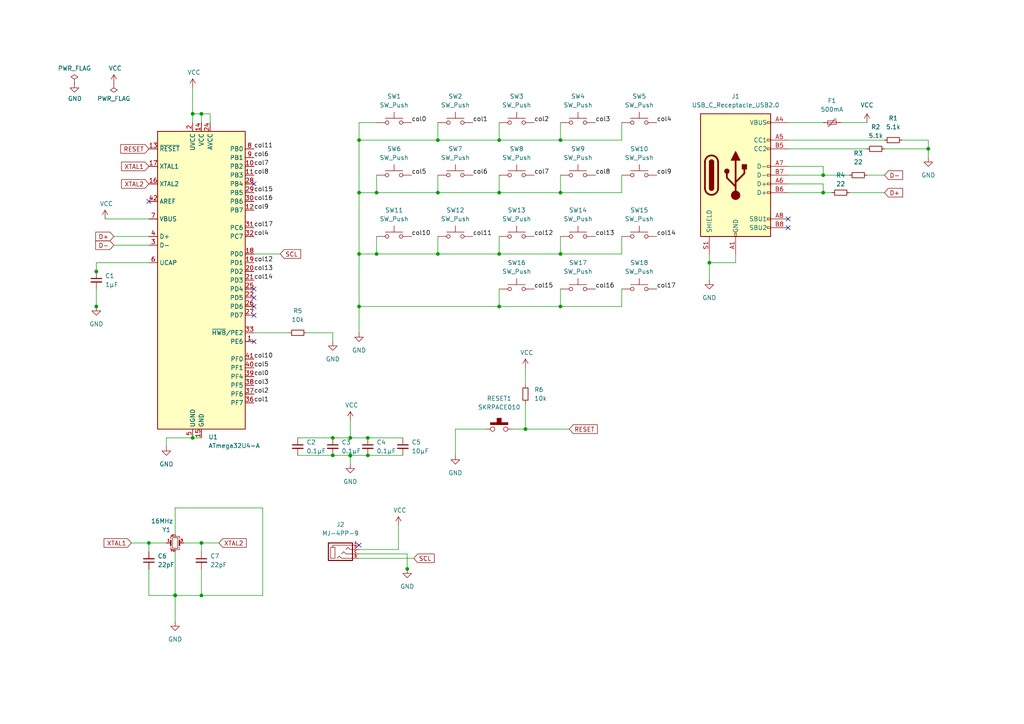
<source format=kicad_sch>
(kicad_sch (version 20211123) (generator eeschema)
  (paper "A4")
  (lib_symbols
    (symbol "Connector:USB_C_Receptacle_USB2.0" (pin_names (offset 1.016))
      (property "Reference" "J" (at -10.16 19.05 0))
      (property "Value" "USB_C_Receptacle_USB2.0" (at 19.05 19.05 0))
      (symbol "USB_C_Receptacle_USB2.0_0_0"
        (rectangle (start -0.254 -17.78) (end 0.254 -16.764))
        (rectangle (start 10.16 -14.986) (end 9.144 -15.494))
        (rectangle (start 10.16 -12.446) (end 9.144 -12.954))
        (rectangle (start 10.16 -4.826) (end 9.144 -5.334))
        (rectangle (start 10.16 -2.286) (end 9.144 -2.794))
        (rectangle (start 10.16 0.254) (end 9.144 -0.254))
        (rectangle (start 10.16 2.794) (end 9.144 2.286))
        (rectangle (start 10.16 7.874) (end 9.144 7.366))
        (rectangle (start 10.16 10.414) (end 9.144 9.906))
        (rectangle (start 10.16 15.494) (end 9.144 14.986))
      )
      (symbol "USB_C_Receptacle_USB2.0_0_1"
        (rectangle (start -10.16 17.78) (end 10.16 -17.78) (stroke (width 0.254)) (fill (type background)))
        (arc (start -8.89 -3.81) (mid -6.985 -5.715) (end -5.08 -3.81) (stroke (width 0.508)))
        (arc (start -7.62 -3.81) (mid -6.985 -4.445) (end -6.35 -3.81) (stroke (width 0.254)))
        (arc (start -7.62 -3.81) (mid -6.985 -4.445) (end -6.35 -3.81) (stroke (width 0.254)) (fill (type outline)))
        (rectangle (start -7.62 -3.81) (end -6.35 3.81) (stroke (width 0.254)) (fill (type outline)))
        (arc (start -6.35 3.81) (mid -6.985 4.445) (end -7.62 3.81) (stroke (width 0.254)))
        (arc (start -6.35 3.81) (mid -6.985 4.445) (end -7.62 3.81) (stroke (width 0.254)) (fill (type outline)))
        (arc (start -5.08 3.81) (mid -6.985 5.715) (end -8.89 3.81) (stroke (width 0.508)))
        (circle (center -2.54 1.143) (radius 0.635) (stroke (width 0.254)) (fill (type outline)))
        (circle (center 0 -5.842) (radius 1.27) (fill (type outline)))
        (polyline (pts (xy -8.89 -3.81) (xy -8.89 3.81)) (stroke (width 0.508)))
        (polyline (pts (xy -5.08 3.81) (xy -5.08 -3.81)) (stroke (width 0.508)))
        (polyline (pts (xy 0 -5.842) (xy 0 4.318)) (stroke (width 0.508)))
        (polyline (pts (xy 0 -3.302) (xy -2.54 -0.762) (xy -2.54 0.508)) (stroke (width 0.508)))
        (polyline (pts (xy 0 -2.032) (xy 2.54 0.508) (xy 2.54 1.778)) (stroke (width 0.508)))
        (polyline (pts (xy -1.27 4.318) (xy 0 6.858) (xy 1.27 4.318) (xy -1.27 4.318)) (stroke (width 0.254)) (fill (type outline)))
        (rectangle (start 1.905 1.778) (end 3.175 3.048) (stroke (width 0.254)) (fill (type outline)))
      )
      (symbol "USB_C_Receptacle_USB2.0_1_1"
        (pin passive line (at 0 -22.86 90) (length 5.08) (name "GND") (number "A1"))
        (pin passive line (at 0 -22.86 90) (length 5.08) hide (name "GND") (number "A12"))
        (pin passive line (at 15.24 15.24 180) (length 5.08) (name "VBUS") (number "A4"))
        (pin bidirectional line (at 15.24 10.16 180) (length 5.08) (name "CC1") (number "A5"))
        (pin bidirectional line (at 15.24 -2.54 180) (length 5.08) (name "D+") (number "A6"))
        (pin bidirectional line (at 15.24 2.54 180) (length 5.08) (name "D-") (number "A7"))
        (pin bidirectional line (at 15.24 -12.7 180) (length 5.08) (name "SBU1") (number "A8"))
        (pin passive line (at 15.24 15.24 180) (length 5.08) hide (name "VBUS") (number "A9"))
        (pin passive line (at 0 -22.86 90) (length 5.08) hide (name "GND") (number "B1"))
        (pin passive line (at 0 -22.86 90) (length 5.08) hide (name "GND") (number "B12"))
        (pin passive line (at 15.24 15.24 180) (length 5.08) hide (name "VBUS") (number "B4"))
        (pin bidirectional line (at 15.24 7.62 180) (length 5.08) (name "CC2") (number "B5"))
        (pin bidirectional line (at 15.24 -5.08 180) (length 5.08) (name "D+") (number "B6"))
        (pin bidirectional line (at 15.24 0 180) (length 5.08) (name "D-") (number "B7"))
        (pin bidirectional line (at 15.24 -15.24 180) (length 5.08) (name "SBU2") (number "B8"))
        (pin passive line (at 15.24 15.24 180) (length 5.08) hide (name "VBUS") (number "B9"))
        (pin passive line (at -7.62 -22.86 90) (length 5.08) (name "SHIELD") (number "S1"))
      )
    )
    (symbol "Device:C_Small" (pin_numbers hide) (pin_names (offset 0.254) hide)
      (property "Reference" "C" (at 0.254 1.778 0))
      (property "Value" "C_Small" (at 0.254 -2.032 0))
      (symbol "C_Small_0_1"
        (polyline (pts (xy -1.524 -0.508) (xy 1.524 -0.508)) (stroke (width 0.3302)))
        (polyline (pts (xy -1.524 0.508) (xy 1.524 0.508)) (stroke (width 0.3048)))
      )
      (symbol "C_Small_1_1"
        (pin passive line (at 0 2.54 270) (length 2.032) (name "~") (number "1"))
        (pin passive line (at 0 -2.54 90) (length 2.032) (name "~") (number "2"))
      )
    )
    (symbol "Device:Crystal_GND24_Small" (pin_names (offset 1.016) hide)
      (property "Reference" "Y" (at 1.27 4.445 0))
      (property "Value" "Crystal_GND24_Small" (at 1.27 2.54 0))
      (symbol "Crystal_GND24_Small_0_1"
        (rectangle (start -0.762 -1.524) (end 0.762 1.524))
        (polyline (pts (xy -1.27 -0.762) (xy -1.27 0.762)) (stroke (width 0.381)))
        (polyline (pts (xy 1.27 -0.762) (xy 1.27 0.762)) (stroke (width 0.381)))
        (polyline (pts (xy -1.27 -1.27) (xy -1.27 -1.905) (xy 1.27 -1.905) (xy 1.27 -1.27)))
        (polyline (pts (xy -1.27 1.27) (xy -1.27 1.905) (xy 1.27 1.905) (xy 1.27 1.27)))
      )
      (symbol "Crystal_GND24_Small_1_1"
        (pin passive line (at -2.54 0 0) (length 1.27) (name "1") (number "1"))
        (pin passive line (at 0 -2.54 90) (length 0.635) (name "2") (number "2"))
        (pin passive line (at 2.54 0 180) (length 1.27) (name "3") (number "3"))
        (pin passive line (at 0 2.54 270) (length 0.635) (name "4") (number "4"))
      )
    )
    (symbol "Device:Polyfuse_Small" (pin_numbers hide) (pin_names (offset 0))
      (property "Reference" "F" (at -1.905 0 90))
      (property "Value" "Polyfuse_Small" (at 1.905 0 90))
      (symbol "Polyfuse_Small_0_1"
        (rectangle (start -0.508 1.27) (end 0.508 -1.27))
        (polyline (pts (xy 0 2.54) (xy 0 -2.54)))
        (polyline (pts (xy -1.016 1.27) (xy -1.016 0.762) (xy 1.016 -0.762) (xy 1.016 -1.27)))
      )
      (symbol "Polyfuse_Small_1_1"
        (pin passive line (at 0 2.54 270) (length 0.635) (name "~") (number "1"))
        (pin passive line (at 0 -2.54 90) (length 0.635) (name "~") (number "2"))
      )
    )
    (symbol "Device:R_Small" (pin_numbers hide) (pin_names (offset 0.254) hide)
      (property "Reference" "R" (at 0.762 0.508 0))
      (property "Value" "R_Small" (at 0.762 -1.016 0))
      (symbol "R_Small_0_1"
        (rectangle (start -0.762 1.778) (end 0.762 -1.778) (stroke (width 0.2032)))
      )
      (symbol "R_Small_1_1"
        (pin passive line (at 0 2.54 270) (length 0.762) (name "~") (number "1"))
        (pin passive line (at 0 -2.54 90) (length 0.762) (name "~") (number "2"))
      )
    )
    (symbol "MCU_Microchip_ATmega:ATmega32U4-A"
      (property "Reference" "U" (at -12.7 44.45 0))
      (property "Value" "ATmega32U4-A" (at 2.54 -44.45 0))
      (symbol "ATmega32U4-A_0_1"
        (rectangle (start -12.7 -43.18) (end 12.7 43.18) (stroke (width 0.254)) (fill (type background)))
      )
      (symbol "ATmega32U4-A_1_1"
        (pin bidirectional line (at 15.24 -17.78 180) (length 2.54) (name "PE6") (number "1"))
        (pin bidirectional line (at 15.24 33.02 180) (length 2.54) (name "PB2") (number "10"))
        (pin bidirectional line (at 15.24 30.48 180) (length 2.54) (name "PB3") (number "11"))
        (pin bidirectional line (at 15.24 20.32 180) (length 2.54) (name "PB7") (number "12"))
        (pin input line (at -15.24 38.1 0) (length 2.54) (name "~{RESET}") (number "13"))
        (pin power_in line (at 0 45.72 270) (length 2.54) (name "VCC") (number "14"))
        (pin power_in line (at 0 -45.72 90) (length 2.54) (name "GND") (number "15"))
        (pin output line (at -15.24 27.94 0) (length 2.54) (name "XTAL2") (number "16"))
        (pin input line (at -15.24 33.02 0) (length 2.54) (name "XTAL1") (number "17"))
        (pin bidirectional line (at 15.24 7.62 180) (length 2.54) (name "PD0") (number "18"))
        (pin bidirectional line (at 15.24 5.08 180) (length 2.54) (name "PD1") (number "19"))
        (pin power_in line (at -2.54 45.72 270) (length 2.54) (name "UVCC") (number "2"))
        (pin bidirectional line (at 15.24 2.54 180) (length 2.54) (name "PD2") (number "20"))
        (pin bidirectional line (at 15.24 0 180) (length 2.54) (name "PD3") (number "21"))
        (pin bidirectional line (at 15.24 -5.08 180) (length 2.54) (name "PD5") (number "22"))
        (pin passive line (at 0 -45.72 90) (length 2.54) hide (name "GND") (number "23"))
        (pin power_in line (at 2.54 45.72 270) (length 2.54) (name "AVCC") (number "24"))
        (pin bidirectional line (at 15.24 -2.54 180) (length 2.54) (name "PD4") (number "25"))
        (pin bidirectional line (at 15.24 -7.62 180) (length 2.54) (name "PD6") (number "26"))
        (pin bidirectional line (at 15.24 -10.16 180) (length 2.54) (name "PD7") (number "27"))
        (pin bidirectional line (at 15.24 27.94 180) (length 2.54) (name "PB4") (number "28"))
        (pin bidirectional line (at 15.24 25.4 180) (length 2.54) (name "PB5") (number "29"))
        (pin bidirectional line (at -15.24 10.16 0) (length 2.54) (name "D-") (number "3"))
        (pin bidirectional line (at 15.24 22.86 180) (length 2.54) (name "PB6") (number "30"))
        (pin bidirectional line (at 15.24 15.24 180) (length 2.54) (name "PC6") (number "31"))
        (pin bidirectional line (at 15.24 12.7 180) (length 2.54) (name "PC7") (number "32"))
        (pin bidirectional line (at 15.24 -15.24 180) (length 2.54) (name "~{HWB}/PE2") (number "33"))
        (pin passive line (at 0 45.72 270) (length 2.54) hide (name "VCC") (number "34"))
        (pin passive line (at 0 -45.72 90) (length 2.54) hide (name "GND") (number "35"))
        (pin bidirectional line (at 15.24 -35.56 180) (length 2.54) (name "PF7") (number "36"))
        (pin bidirectional line (at 15.24 -33.02 180) (length 2.54) (name "PF6") (number "37"))
        (pin bidirectional line (at 15.24 -30.48 180) (length 2.54) (name "PF5") (number "38"))
        (pin bidirectional line (at 15.24 -27.94 180) (length 2.54) (name "PF4") (number "39"))
        (pin bidirectional line (at -15.24 12.7 0) (length 2.54) (name "D+") (number "4"))
        (pin bidirectional line (at 15.24 -25.4 180) (length 2.54) (name "PF1") (number "40"))
        (pin bidirectional line (at 15.24 -22.86 180) (length 2.54) (name "PF0") (number "41"))
        (pin passive line (at -15.24 22.86 0) (length 2.54) (name "AREF") (number "42"))
        (pin passive line (at 0 -45.72 90) (length 2.54) hide (name "GND") (number "43"))
        (pin passive line (at 2.54 45.72 270) (length 2.54) hide (name "AVCC") (number "44"))
        (pin passive line (at -2.54 -45.72 90) (length 2.54) (name "UGND") (number "5"))
        (pin passive line (at -15.24 5.08 0) (length 2.54) (name "UCAP") (number "6"))
        (pin input line (at -15.24 17.78 0) (length 2.54) (name "VBUS") (number "7"))
        (pin bidirectional line (at 15.24 38.1 180) (length 2.54) (name "PB0") (number "8"))
        (pin bidirectional line (at 15.24 35.56 180) (length 2.54) (name "PB1") (number "9"))
      )
    )
    (symbol "Switch:SW_Push" (pin_numbers hide) (pin_names (offset 1.016) hide)
      (property "Reference" "SW" (at 1.27 2.54 0))
      (property "Value" "SW_Push" (at 0 -1.524 0))
      (symbol "SW_Push_0_1"
        (circle (center -2.032 0) (radius 0.508))
        (polyline (pts (xy 0 1.27) (xy 0 3.048)))
        (polyline (pts (xy 2.54 1.27) (xy -2.54 1.27)))
        (circle (center 2.032 0) (radius 0.508))
        (pin passive line (at -5.08 0 0) (length 2.54) (name "1") (number "1"))
        (pin passive line (at 5.08 0 180) (length 2.54) (name "2") (number "2"))
      )
    )
    (symbol "foostan_kbd:MJ-4PP-9" (pin_names (offset 1.016))
      (property "Reference" "J" (at 0 3.81 0))
      (property "Value" "MJ-4PP-9" (at 0 -3.81 0))
      (symbol "MJ-4PP-9_0_1"
        (rectangle (start -1.905 -1.905) (end -3.175 1.27))
        (polyline (pts (xy -2.54 1.27) (xy -2.54 1.905) (xy 3.175 1.905)))
        (polyline (pts (xy -1.27 -1.905) (xy -0.635 -1.27) (xy 0 -1.905) (xy 3.175 -1.905)))
        (polyline (pts (xy 0 -0.635) (xy 0.635 0) (xy 1.27 -0.635) (xy 3.175 -0.635)))
        (polyline (pts (xy 1.27 0.635) (xy 1.905 1.27) (xy 2.54 0.635) (xy 3.175 0.635)))
        (rectangle (start 3.175 2.54) (end -3.81 -2.54) (stroke (width 0.3048)))
      )
      (symbol "MJ-4PP-9_1_1"
        (pin input line (at 5.08 1.905 180) (length 2.0066) (name "~") (number "A"))
        (pin input line (at 5.08 -1.905 180) (length 2.0066) (name "~") (number "B"))
        (pin input line (at 5.08 -0.635 180) (length 2.0066) (name "~") (number "C"))
        (pin input line (at 5.08 0.635 180) (length 2.0066) (name "~") (number "D"))
      )
    )
    (symbol "nosuz:SKRPACE010" (pin_numbers hide) (pin_names (offset 0) hide)
      (property "Reference" "SW" (at 3.175 3.81 0))
      (property "Value" "SKRPACE010" (at 0 -2.54 0))
      (symbol "SKRPACE010_0_1"
        (rectangle (start -2.54 1.27) (end 2.54 1.905) (fill (type outline)))
        (circle (center -1.905 0) (radius 0.635))
        (rectangle (start -0.635 1.905) (end 0.635 3.175) (fill (type outline)))
        (circle (center 1.905 0) (radius 0.635))
      )
      (symbol "SKRPACE010_1_1"
        (pin passive line (at -3.81 0 0) (length 1.27) (name "A") (number "1"))
        (pin passive line (at -3.81 0 0) (length 1.27) hide (name "B") (number "2"))
        (pin passive line (at 3.81 0 180) (length 1.27) (name "C") (number "3"))
        (pin passive line (at 3.81 0 180) (length 1.27) hide (name "D") (number "4"))
      )
    )
    (symbol "power:GND" (power) (pin_names (offset 0))
      (property "Value" "GND" (at 0 -3.81 0))
      (symbol "GND_0_1"
        (polyline (pts (xy 0 0) (xy 0 -1.27) (xy 1.27 -1.27) (xy 0 -2.54) (xy -1.27 -1.27) (xy 0 -1.27)))
      )
      (symbol "GND_1_1"
        (pin power_in line (at 0 0 270) (length 0) hide (name "GND") (number "1"))
      )
    )
    (symbol "power:PWR_FLAG" (power) (pin_numbers hide) (pin_names (offset 0) hide)
      (property "Value" "PWR_FLAG" (at 0 3.81 0))
      (symbol "PWR_FLAG_0_0"
        (pin power_out line (at 0 0 90) (length 0) (name "pwr") (number "1"))
      )
      (symbol "PWR_FLAG_0_1"
        (polyline (pts (xy 0 0) (xy 0 1.27) (xy -1.016 1.905) (xy 0 2.54) (xy 1.016 1.905) (xy 0 1.27)))
      )
    )
    (symbol "power:VCC" (power) (pin_names (offset 0))
      (property "Value" "VCC" (at 0 3.81 0))
      (symbol "VCC_0_1"
        (polyline (pts (xy -0.762 1.27) (xy 0 2.54)))
        (polyline (pts (xy 0 0) (xy 0 2.54)))
        (polyline (pts (xy 0 2.54) (xy 0.762 1.27)))
      )
      (symbol "VCC_1_1"
        (pin power_in line (at 0 0 90) (length 0) hide (name "VCC") (number "1"))
      )
    )
  )
  (junction (at 162.56 40.64))
  (junction (at 144.78 88.9))
  (junction (at 106.68 132.08))
  (junction (at 101.6 132.1653))
  (junction (at 127 40.64))
  (junction (at 109.22 73.66))
  (junction (at 50.8 172.6347))
  (junction (at 106.68 127))
  (junction (at 238.76 55.88))
  (junction (at 162.56 73.66))
  (junction (at 101.6 127))
  (junction (at 43.18 157.48))
  (junction (at 104.14 40.64))
  (junction (at 104.14 73.66))
  (junction (at 162.56 55.88))
  (junction (at 104.14 88.9))
  (junction (at 50.8 172.72))
  (junction (at 205.74 76.2))
  (junction (at 104.14 55.88))
  (junction (at 127 55.88))
  (junction (at 96.52 132.08))
  (junction (at 162.56 88.9))
  (junction (at 96.52 127))
  (junction (at 144.78 73.66))
  (junction (at 152.4 124.46))
  (junction (at 269.24 43.18))
  (junction (at 144.78 40.64))
  (junction (at 27.94 88.9))
  (junction (at 101.6 132.08))
  (junction (at 55.88 33.02))
  (junction (at 27.94 78.74))
  (junction (at 58.42 157.48))
  (junction (at 118.11 165.0147))
  (junction (at 238.76 50.8))
  (junction (at 55.88 127))
  (junction (at 58.42 33.02))
  (junction (at 109.22 55.88))
  (junction (at 127 73.66))
  (junction (at 58.42 172.72))
  (junction (at 144.78 55.88))
  (no_connect (at 228.6 66.04))
  (no_connect (at 228.6 63.5))
  (no_connect (at 73.66 99.06))
  (no_connect (at 73.66 88.9))
  (no_connect (at 73.66 83.82))
  (no_connect (at 73.66 91.44))
  (no_connect (at 73.66 86.36))
  (no_connect (at 73.66 53.34))
  (no_connect (at 104.14 158.115))
  (no_connect (at 43.18 58.42))
  (wire (pts (xy 109.22 55.88) (xy 104.14 55.88)))
  (wire (pts (xy 162.56 55.88) (xy 144.78 55.88)))
  (wire (pts (xy 55.88 33.02) (xy 55.88 35.56)))
  (wire (pts (xy 144.78 55.88) (xy 127 55.88)))
  (wire (pts (xy 180.34 68.58) (xy 180.34 73.66)))
  (wire (pts (xy 238.76 50.8) (xy 246.38 50.8)))
  (wire (pts (xy 162.56 83.82) (xy 162.56 88.9)))
  (wire (pts (xy 127 68.58) (xy 127 73.66)))
  (wire (pts (xy 104.14 40.64) (xy 104.14 55.88)))
  (wire (pts (xy 144.78 50.8) (xy 144.78 55.88)))
  (wire (pts (xy 152.4 106.68) (xy 152.4 111.76)))
  (wire (pts (xy 109.22 73.66) (xy 104.14 73.66)))
  (wire (pts (xy 118.11 165.0147) (xy 118.11 165.1)))
  (wire (pts (xy 30.48 63.5) (xy 43.18 63.5)))
  (wire (pts (xy 162.56 40.64) (xy 144.78 40.64)))
  (wire (pts (xy 148.59 124.46) (xy 152.4 124.46)))
  (wire (pts (xy 228.6 35.56) (xy 238.76 35.56)))
  (wire (pts (xy 132.08 124.46) (xy 132.08 132.08)))
  (wire (pts (xy 58.42 127) (xy 55.88 127)))
  (wire (pts (xy 162.56 68.58) (xy 162.56 73.66)))
  (wire (pts (xy 58.42 157.48) (xy 63.5 157.48)))
  (wire (pts (xy 243.84 35.56) (xy 251.46 35.56)))
  (wire (pts (xy 104.14 88.9) (xy 104.14 96.52)))
  (wire (pts (xy 162.56 50.8) (xy 162.56 55.88)))
  (wire (pts (xy 27.94 88.9) (xy 27.94 88.9853)))
  (wire (pts (xy 144.78 73.66) (xy 127 73.66)))
  (wire (pts (xy 132.08 124.46) (xy 140.97 124.46)))
  (wire (pts (xy 144.78 35.56) (xy 144.78 40.64)))
  (wire (pts (xy 76.2 147.32) (xy 76.2 172.72)))
  (wire (pts (xy 205.74 76.2) (xy 205.74 81.28)))
  (wire (pts (xy 58.42 157.48) (xy 58.42 160.02)))
  (wire (pts (xy 269.24 40.64) (xy 269.24 43.18)))
  (wire (pts (xy 228.6 48.26) (xy 238.76 48.26)))
  (wire (pts (xy 50.8 172.72) (xy 50.8 180.34)))
  (wire (pts (xy 115.57 159.385) (xy 115.57 152.4)))
  (wire (pts (xy 109.22 68.58) (xy 109.22 73.66)))
  (wire (pts (xy 50.8 154.94) (xy 50.8 147.32)))
  (wire (pts (xy 101.6 132.08) (xy 101.6 132.1653)))
  (wire (pts (xy 60.96 33.02) (xy 58.42 33.02)))
  (wire (pts (xy 180.34 83.82) (xy 180.34 88.9)))
  (wire (pts (xy 58.42 172.72) (xy 76.2 172.72)))
  (wire (pts (xy 180.34 55.88) (xy 162.56 55.88)))
  (wire (pts (xy 43.18 76.2) (xy 27.94 76.2)))
  (wire (pts (xy 261.62 40.64) (xy 269.24 40.64)))
  (wire (pts (xy 144.78 83.82) (xy 144.78 88.9)))
  (wire (pts (xy 251.46 50.8) (xy 256.54 50.8)))
  (wire (pts (xy 55.88 33.02) (xy 55.88 25.4)))
  (wire (pts (xy 162.56 73.66) (xy 144.78 73.66)))
  (wire (pts (xy 180.34 73.66) (xy 162.56 73.66)))
  (wire (pts (xy 101.6 127) (xy 106.68 127)))
  (wire (pts (xy 238.76 48.26) (xy 238.76 50.8)))
  (wire (pts (xy 27.94 78.74) (xy 27.94 78.8253)))
  (wire (pts (xy 43.18 157.48) (xy 48.26 157.48)))
  (wire (pts (xy 118.11 160.655) (xy 118.11 165.0147)))
  (wire (pts (xy 38.1 157.48) (xy 43.18 157.48)))
  (wire (pts (xy 27.94 83.82) (xy 27.94 88.9)))
  (wire (pts (xy 162.56 88.9) (xy 144.78 88.9)))
  (wire (pts (xy 180.34 35.56) (xy 180.34 40.64)))
  (wire (pts (xy 55.88 127) (xy 48.26 127)))
  (wire (pts (xy 180.34 50.8) (xy 180.34 55.88)))
  (wire (pts (xy 33.02 71.12) (xy 43.18 71.12)))
  (wire (pts (xy 86.36 127) (xy 96.52 127)))
  (wire (pts (xy 104.14 161.925) (xy 120.015 161.925)))
  (wire (pts (xy 213.36 76.2) (xy 205.74 76.2)))
  (wire (pts (xy 50.8 172.6347) (xy 50.8 172.72)))
  (wire (pts (xy 144.78 40.64) (xy 127 40.64)))
  (wire (pts (xy 43.18 157.48) (xy 43.18 160.02)))
  (wire (pts (xy 73.66 96.52) (xy 83.82 96.52)))
  (wire (pts (xy 152.4 116.84) (xy 152.4 124.46)))
  (wire (pts (xy 104.14 35.56) (xy 104.14 40.64)))
  (wire (pts (xy 50.8 172.72) (xy 58.42 172.72)))
  (wire (pts (xy 101.6 132.08) (xy 106.68 132.08)))
  (wire (pts (xy 109.22 35.56) (xy 104.14 35.56)))
  (wire (pts (xy 269.24 43.18) (xy 269.24 45.72)))
  (wire (pts (xy 228.6 50.8) (xy 238.76 50.8)))
  (wire (pts (xy 33.02 68.58) (xy 43.18 68.58)))
  (wire (pts (xy 50.8 147.32) (xy 76.2 147.32)))
  (wire (pts (xy 86.36 132.08) (xy 96.52 132.08)))
  (wire (pts (xy 205.74 73.66) (xy 205.74 76.2)))
  (wire (pts (xy 27.94 76.2) (xy 27.94 78.74)))
  (wire (pts (xy 53.34 157.48) (xy 58.42 157.48)))
  (wire (pts (xy 238.76 53.34) (xy 238.76 55.88)))
  (wire (pts (xy 101.6 121.92) (xy 101.6 127)))
  (wire (pts (xy 104.14 159.385) (xy 115.57 159.385)))
  (wire (pts (xy 96.52 96.52) (xy 96.52 99.06)))
  (wire (pts (xy 127 73.66) (xy 109.22 73.66)))
  (wire (pts (xy 180.34 40.64) (xy 162.56 40.64)))
  (wire (pts (xy 50.8 160.02) (xy 50.8 172.6347)))
  (wire (pts (xy 60.96 33.02) (xy 60.96 35.56)))
  (wire (pts (xy 162.56 35.56) (xy 162.56 40.64)))
  (wire (pts (xy 104.14 55.88) (xy 104.14 73.66)))
  (wire (pts (xy 96.52 132.08) (xy 101.6 132.08)))
  (wire (pts (xy 127 35.56) (xy 127 40.64)))
  (wire (pts (xy 104.14 73.66) (xy 104.14 88.9)))
  (wire (pts (xy 58.42 33.02) (xy 58.42 35.56)))
  (wire (pts (xy 58.42 33.02) (xy 55.88 33.02)))
  (wire (pts (xy 104.14 40.64) (xy 127 40.64)))
  (wire (pts (xy 228.6 43.18) (xy 251.46 43.18)))
  (wire (pts (xy 127 55.88) (xy 109.22 55.88)))
  (wire (pts (xy 109.22 50.8) (xy 109.22 55.88)))
  (wire (pts (xy 228.6 40.64) (xy 256.54 40.64)))
  (wire (pts (xy 180.34 88.9) (xy 162.56 88.9)))
  (wire (pts (xy 106.68 132.08) (xy 116.84 132.08)))
  (wire (pts (xy 152.4 124.46) (xy 165.1 124.46)))
  (wire (pts (xy 228.6 55.88) (xy 238.76 55.88)))
  (wire (pts (xy 106.68 127) (xy 116.84 127)))
  (wire (pts (xy 43.18 172.72) (xy 50.8 172.72)))
  (wire (pts (xy 88.9 96.52) (xy 96.52 96.52)))
  (wire (pts (xy 81.28 73.66) (xy 73.66 73.66)))
  (wire (pts (xy 96.52 127) (xy 101.6 127)))
  (wire (pts (xy 213.36 73.66) (xy 213.36 76.2)))
  (wire (pts (xy 256.54 43.18) (xy 269.24 43.18)))
  (wire (pts (xy 246.38 55.88) (xy 256.54 55.88)))
  (wire (pts (xy 48.26 127) (xy 48.26 129.54)))
  (wire (pts (xy 58.42 165.1) (xy 58.42 172.72)))
  (wire (pts (xy 127 50.8) (xy 127 55.88)))
  (wire (pts (xy 228.6 53.34) (xy 238.76 53.34)))
  (wire (pts (xy 104.14 160.655) (xy 118.11 160.655)))
  (wire (pts (xy 101.6 134.62) (xy 101.6 132.1653)))
  (wire (pts (xy 144.78 68.58) (xy 144.78 73.66)))
  (wire (pts (xy 238.76 55.88) (xy 241.3 55.88)))
  (wire (pts (xy 43.18 165.1) (xy 43.18 172.72)))
  (wire (pts (xy 144.78 88.9) (xy 104.14 88.9)))
  (label "col17" (at 73.66 66.04 0))
  (label "col9" (at 190.5 50.8 0))
  (label "col10" (at 73.66 104.14 0))
  (label "col13" (at 73.66 78.74 0))
  (label "col5" (at 119.38 50.8 0))
  (label "col2" (at 154.94 35.56 0))
  (label "col4" (at 190.5 35.56 0))
  (label "col3" (at 73.66 111.76 0))
  (label "col14" (at 190.5 68.58 0))
  (label "col9" (at 73.66 60.96 0))
  (label "col11" (at 73.66 43.18 0))
  (label "col13" (at 172.72 68.58 0))
  (label "col15" (at 154.94 83.82 0))
  (label "col7" (at 154.94 50.8 0))
  (label "col12" (at 154.94 68.58 0))
  (label "col6" (at 137.16 50.8 0))
  (label "col16" (at 172.72 83.82 0))
  (label "col16" (at 73.66 58.42 0))
  (label "col8" (at 172.72 50.8 0))
  (label "col4" (at 73.66 68.58 0))
  (label "col15" (at 73.66 55.88 0))
  (label "col1" (at 73.66 116.84 0))
  (label "col17" (at 190.5 83.82 0))
  (label "col12" (at 73.66 76.2 0))
  (label "col14" (at 73.66 81.28 0))
  (label "col0" (at 119.38 35.56 0))
  (label "col11" (at 137.16 68.58 0))
  (label "col1" (at 137.16 35.56 0))
  (label "col6" (at 73.66 45.72 0))
  (label "col3" (at 172.72 35.56 0))
  (label "col2" (at 73.66 114.3 0))
  (label "col7" (at 73.66 48.26 0))
  (label "col5" (at 73.66 106.68 0))
  (label "col0" (at 73.66 109.22 0))
  (label "col8" (at 73.66 50.8 0))
  (label "col10" (at 119.38 68.58 0))
  (global_label "D+" (shape input) (at 256.54 55.88 0) (property "シート間のリファレンス" "${INTERSHEET_REFS}" (effects hide)))
  (global_label "D-" (shape input) (at 256.54 50.8 0) (property "シート間のリファレンス" "${INTERSHEET_REFS}" (effects hide)))
  (global_label "XTAL2" (shape input) (at 63.5 157.48 0) (property "シート間のリファレンス" "${INTERSHEET_REFS}" (effects hide)))
  (global_label "SCL" (shape input) (at 81.28 73.66 0) (property "シート間のリファレンス" "${INTERSHEET_REFS}" (effects hide)))
  (global_label "SCL" (shape input) (at 120.015 161.925 0) (property "シート間のリファレンス" "${INTERSHEET_REFS}" (effects hide)))
  (global_label "XTAL1" (shape input) (at 38.1 157.48 180) (property "シート間のリファレンス" "${INTERSHEET_REFS}" (effects hide)))
  (global_label "RESET" (shape input) (at 165.1 124.46 0) (property "シート間のリファレンス" "${INTERSHEET_REFS}" (effects hide)))
  (global_label "XTAL2" (shape input) (at 43.18 53.34 180) (property "シート間のリファレンス" "${INTERSHEET_REFS}" (effects hide)))
  (global_label "RESET" (shape input) (at 43.18 43.18 180) (property "シート間のリファレンス" "${INTERSHEET_REFS}" (effects hide)))
  (global_label "D+" (shape input) (at 33.02 68.58 180) (property "シート間のリファレンス" "${INTERSHEET_REFS}" (effects hide)))
  (global_label "D-" (shape input) (at 33.02 71.12 180) (property "シート間のリファレンス" "${INTERSHEET_REFS}" (effects hide)))
  (global_label "XTAL1" (shape input) (at 43.18 48.26 180) (property "シート間のリファレンス" "${INTERSHEET_REFS}" (effects hide)))
  (symbol (lib_id "power:GND") (at 96.52 99.06 0) (unit 1)
    (property "Reference" "#PWR010" (effects hide))
    (property "Value" "GND" (at 96.52 104.14 0))
  )
  (symbol (lib_id "Device:R_Small") (at 248.92 50.8 90) (unit 1)
    (property "Reference" "R3" (at 248.92 44.45 90))
    (property "Value" "22" (at 248.92 46.99 90))
    (property "Footprint" "Resistor_SMD:R_0805_2012Metric" (effects hide))
    (property "LCSC" "C17561" (effects hide))
  )
  (symbol (lib_id "Switch:SW_Push") (at 114.3 68.58 0) (unit 1)
    (property "Reference" "SW11" (at 114.3 60.96 0))
    (property "Value" "SW_Push" (at 114.3 63.5 0))
    (property "Footprint" "split mini:CherryMX_Hotswap" (effects hide))
  )
  (symbol (lib_id "Switch:SW_Push") (at 185.42 35.56 0) (unit 1)
    (property "Reference" "SW5" (at 185.42 27.94 0))
    (property "Value" "SW_Push" (at 185.42 30.48 0))
    (property "Footprint" "split mini:CherryMX_Hotswap" (effects hide))
  )
  (symbol (lib_id "power:GND") (at 205.74 81.28 0) (unit 1)
    (property "Reference" "#PWR07" (effects hide))
    (property "Value" "GND" (at 205.74 86.36 0))
  )
  (symbol (lib_id "Switch:SW_Push") (at 149.86 35.56 0) (unit 1)
    (property "Reference" "SW3" (at 149.86 27.94 0))
    (property "Value" "SW_Push" (at 149.86 30.48 0))
    (property "Footprint" "split mini:CherryMX_Hotswap" (effects hide))
  )
  (symbol (lib_id "Switch:SW_Push") (at 167.64 83.82 0) (unit 1)
    (property "Reference" "SW17" (at 167.64 76.2 0))
    (property "Value" "SW_Push" (at 167.64 78.74 0))
    (property "Footprint" "split mini:CherryMX_Hotswap" (effects hide))
  )
  (symbol (lib_id "power:GND") (at 132.08 132.08 0) (unit 1)
    (property "Reference" "#PWR014" (effects hide))
    (property "Value" "GND" (at 132.08 137.16 0))
  )
  (symbol (lib_id "Switch:SW_Push") (at 167.64 50.8 0) (unit 1)
    (property "Reference" "SW9" (at 167.64 43.18 0))
    (property "Value" "SW_Push" (at 167.64 45.72 0))
    (property "Footprint" "split mini:CherryMX_Hotswap" (effects hide))
  )
  (symbol (lib_id "Device:C_Small") (at 43.18 162.56 180) (unit 1)
    (property "Reference" "C6" (at 45.72 161.2835 0) (effects (justify right)))
    (property "Value" "22pF" (at 45.72 163.8235 0) (effects (justify right)))
    (property "Footprint" "Capacitor_SMD:C_0805_2012Metric" (effects hide))
    (property "LCSC" "C1804" (effects hide))
  )
  (symbol (lib_id "Switch:SW_Push") (at 149.86 50.8 0) (unit 1)
    (property "Reference" "SW8" (at 149.86 43.18 0))
    (property "Value" "SW_Push" (at 149.86 45.72 0))
    (property "Footprint" "split mini:CherryMX_Hotswap" (effects hide))
  )
  (symbol (lib_id "Device:R_Small") (at 254 43.18 90) (unit 1)
    (property "Reference" "R2" (at 254 36.83 90))
    (property "Value" "5.1k" (at 254 39.37 90))
    (property "Footprint" "Resistor_SMD:R_0805_2012Metric" (effects hide))
    (property "LCSC" "C17561" (effects hide))
  )
  (symbol (lib_id "Switch:SW_Push") (at 132.08 68.58 0) (unit 1)
    (property "Reference" "SW12" (at 132.08 60.96 0))
    (property "Value" "SW_Push" (at 132.08 63.5 0))
    (property "Footprint" "split mini:CherryMX_Hotswap" (effects hide))
  )
  (symbol (lib_id "Device:R_Small") (at 86.36 96.52 90) (unit 1)
    (property "Reference" "R5" (at 86.36 90.17 90))
    (property "Value" "10k" (at 86.36 92.71 90))
    (property "Footprint" "Resistor_SMD:R_0805_2012Metric" (effects hide))
    (property "LCSC" "C17414" (effects hide))
  )
  (symbol (lib_id "Device:C_Small") (at 27.94 81.28 0) (unit 1)
    (property "Reference" "C1" (at 30.48 80.0162 0) (effects (justify left)))
    (property "Value" "1μF" (at 30.48 82.5562 0) (effects (justify left)))
    (property "Footprint" "Capacitor_SMD:C_0805_2012Metric" (effects hide))
    (property "LCSC" "C28323" (effects hide))
  )
  (symbol (lib_id "Switch:SW_Push") (at 185.42 83.82 0) (unit 1)
    (property "Reference" "SW18" (at 185.42 76.2 0))
    (property "Value" "SW_Push" (at 185.42 78.74 0))
    (property "Footprint" "split mini:CherryMX_Hotswap" (effects hide))
  )
  (symbol (lib_id "power:GND") (at 27.94 88.9 0) (unit 1)
    (property "Reference" "#PWR08" (effects hide))
    (property "Value" "GND" (at 27.94 93.98 0))
  )
  (symbol (lib_id "Device:C_Small") (at 106.68 129.54 0) (unit 1)
    (property "Reference" "C4" (at 109.22 128.2762 0) (effects (justify left)))
    (property "Value" "0.1μF" (at 109.22 130.8162 0) (effects (justify left)))
    (property "Footprint" "Capacitor_SMD:C_0805_2012Metric" (effects hide))
    (property "LCSC" "C49678" (effects hide))
  )
  (symbol (lib_id "power:VCC") (at 30.48 63.5 0) (unit 1)
    (property "Reference" "#PWR06" (effects hide))
    (property "Value" "VCC" (at 30.861 59.1058 0))
  )
  (symbol (lib_id "power:GND") (at 104.14 96.52 0) (unit 1)
    (property "Reference" "#PWR09" (effects hide))
    (property "Value" "GND" (at 104.14 101.6 0))
  )
  (symbol (lib_id "power:PWR_FLAG") (at 33.02 24.2153 180) (unit 1)
    (property "Reference" "#FLG02" (effects hide))
    (property "Value" "PWR_FLAG" (at 33.02 28.6095 0))
  )
  (symbol (lib_id "Switch:SW_Push") (at 114.3 35.56 0) (unit 1)
    (property "Reference" "SW1" (at 114.3 27.94 0))
    (property "Value" "SW_Push" (at 114.3 30.48 0))
    (property "Footprint" "split mini:CherryMX_Hotswap" (effects hide))
  )
  (symbol (lib_id "Switch:SW_Push") (at 149.86 83.82 0) (unit 1)
    (property "Reference" "SW16" (at 149.86 76.2 0))
    (property "Value" "SW_Push" (at 149.86 78.74 0))
    (property "Footprint" "split mini:CherryMX_Hotswap" (effects hide))
  )
  (symbol (lib_id "power:GND") (at 269.24 45.72 0) (unit 1)
    (property "Reference" "#PWR05" (effects hide))
    (property "Value" "GND" (at 269.24 50.8 0))
  )
  (symbol (lib_id "power:GND") (at 118.11 165.0147 0) (unit 1)
    (property "Reference" "#PWR017" (effects hide))
    (property "Value" "GND" (at 118.11 170.0947 0))
  )
  (symbol (lib_id "Device:R_Small") (at 243.84 55.88 90) (unit 1)
    (property "Reference" "R4" (at 243.84 50.8 90))
    (property "Value" "22" (at 243.84 53.34 90))
    (property "Footprint" "Resistor_SMD:R_0805_2012Metric" (effects hide))
    (property "LCSC" "C17561" (effects hide))
  )
  (symbol (lib_id "power:VCC") (at 101.6 121.92 0) (unit 1)
    (property "Reference" "#PWR012" (effects hide))
    (property "Value" "VCC" (at 101.981 117.5258 0))
  )
  (symbol (lib_id "Device:R_Small") (at 152.4 114.3 0) (unit 1)
    (property "Reference" "R6" (at 154.94 113.0299 0) (effects (justify left)))
    (property "Value" "10k" (at 154.94 115.5699 0) (effects (justify left)))
    (property "Footprint" "Resistor_SMD:R_0805_2012Metric" (effects hide))
    (property "LCSC" "C17414" (effects hide))
  )
  (symbol (lib_id "Device:Crystal_GND24_Small") (at 50.8 157.48 0) (unit 1)
    (property "Reference" "Y1" (at 48.26 153.67 0))
    (property "Value" "16MHz" (at 46.99 151.13 0))
    (property "Footprint" "Crystal:Crystal_SMD_SeikoEpson_FA238-4Pin_3.2x2.5mm_HandSoldering" (effects hide))
    (property "LCSC" "C13738" (effects hide))
  )
  (symbol (lib_id "Switch:SW_Push") (at 167.64 68.58 0) (unit 1)
    (property "Reference" "SW14" (at 167.64 60.96 0))
    (property "Value" "SW_Push" (at 167.64 63.5 0))
    (property "Footprint" "split mini:CherryMX_Hotswap" (effects hide))
  )
  (symbol (lib_id "power:GND") (at 50.8 180.34 0) (unit 1)
    (property "Reference" "#PWR018" (effects hide))
    (property "Value" "GND" (at 50.8 185.42 0))
  )
  (symbol (lib_id "nosuz:SKRPACE010") (at 144.78 124.46 0) (unit 1)
    (property "Reference" "RESET1" (at 144.78 115.57 0))
    (property "Value" "SKRPACE010" (at 144.78 118.11 0))
    (property "Footprint" "nosuz:SKRPAxE010" (effects hide))
    (property "Datasheet" "https://tech.alpsalpine.com/prod/j/html/tact/surfacemount/skrp/skrpabe010.html" (effects hide))
  )
  (symbol (lib_id "power:GND") (at 48.26 129.54 0) (unit 1)
    (property "Reference" "#PWR013" (effects hide))
    (property "Value" "GND" (at 48.26 134.62 0))
  )
  (symbol (lib_id "Switch:SW_Push") (at 132.08 50.8 0) (unit 1)
    (property "Reference" "SW7" (at 132.08 43.18 0))
    (property "Value" "SW_Push" (at 132.08 45.72 0))
    (property "Footprint" "split mini:CherryMX_Hotswap" (effects hide))
  )
  (symbol (lib_id "Device:C_Small") (at 96.52 129.54 0) (unit 1)
    (property "Reference" "C3" (at 99.06 128.2762 0) (effects (justify left)))
    (property "Value" "0.1μF" (at 99.06 130.8162 0) (effects (justify left)))
    (property "Footprint" "Capacitor_SMD:C_0805_2012Metric" (effects hide))
    (property "LCSC" "C49678" (effects hide))
  )
  (symbol (lib_id "Switch:SW_Push") (at 149.86 68.58 0) (unit 1)
    (property "Reference" "SW13" (at 149.86 60.96 0))
    (property "Value" "SW_Push" (at 149.86 63.5 0))
    (property "Footprint" "split mini:CherryMX_Hotswap" (effects hide))
  )
  (symbol (lib_id "power:VCC") (at 55.88 25.4 0) (unit 1)
    (property "Reference" "#PWR03" (effects hide))
    (property "Value" "VCC" (at 56.261 21.0058 0))
  )
  (symbol (lib_id "power:GND") (at 21.59 24.2153 0) (unit 1)
    (property "Reference" "#PWR01" (effects hide))
    (property "Value" "GND" (at 21.717 28.6095 0))
  )
  (symbol (lib_id "Switch:SW_Push") (at 132.08 35.56 0) (unit 1)
    (property "Reference" "SW2" (at 132.08 27.94 0))
    (property "Value" "SW_Push" (at 132.08 30.48 0))
    (property "Footprint" "split mini:CherryMX_Hotswap" (effects hide))
  )
  (symbol (lib_id "Device:Polyfuse_Small") (at 241.3 35.56 90) (unit 1)
    (property "Reference" "F1" (at 241.3 29.21 90))
    (property "Value" "500mA" (at 241.3 31.75 90))
    (property "Footprint" "Fuse:Fuse_1206_3216Metric" (effects hide))
    (property "LCSC" "C883125" (effects hide))
  )
  (symbol (lib_id "Device:C_Small") (at 58.42 162.56 0) (mirror y) (unit 1)
    (property "Reference" "C7" (at 60.96 161.2962 0) (effects (justify right)))
    (property "Value" "22pF" (at 60.96 163.8362 0) (effects (justify right)))
    (property "Footprint" "Capacitor_SMD:C_0805_2012Metric" (effects hide))
    (property "LCSC" "C1804" (effects hide))
  )
  (symbol (lib_id "Switch:SW_Push") (at 185.42 68.58 0) (unit 1)
    (property "Reference" "SW15" (at 185.42 60.96 0))
    (property "Value" "SW_Push" (at 185.42 63.5 0))
    (property "Footprint" "split mini:CherryMX_Hotswap" (effects hide))
  )
  (symbol (lib_id "power:VCC") (at 152.4 106.68 0) (unit 1)
    (property "Reference" "#PWR011" (effects hide))
    (property "Value" "VCC" (at 152.781 102.2858 0))
  )
  (symbol (lib_id "Device:R_Small") (at 259.08 40.64 90) (unit 1)
    (property "Reference" "R1" (at 259.08 34.29 90))
    (property "Value" "5.1k" (at 259.08 36.83 90))
    (property "Footprint" "Resistor_SMD:R_0805_2012Metric" (effects hide))
    (property "LCSC" "C17561" (effects hide))
  )
  (symbol (lib_id "Switch:SW_Push") (at 167.64 35.56 0) (unit 1)
    (property "Reference" "SW4" (at 167.64 27.94 0))
    (property "Value" "SW_Push" (at 167.64 30.48 0))
    (property "Footprint" "split mini:CherryMX_Hotswap" (effects hide))
  )
  (symbol (lib_id "Connector:USB_C_Receptacle_USB2.0") (at 213.36 50.8 0) (unit 1)
    (property "Reference" "J1" (at 213.36 27.94 0))
    (property "Value" "USB_C_Receptacle_USB2.0" (at 213.36 30.48 0))
    (property "Footprint" "split mini:USB_C_Receptacle_Neltron_5077CR-16SMC2" (effects hide))
    (property "Datasheet" "https://www.usb.org/sites/default/files/documents/usb_type-c.zip" (effects hide))
  )
  (symbol (lib_id "foostan_kbd:MJ-4PP-9") (at 99.06 160.02 0) (unit 1)
    (property "Reference" "J2" (at 98.7425 152.146 0))
    (property "Value" "MJ-4PP-9" (at 98.7425 154.686 0))
    (property "Footprint" "split mini:MJ-4PP-9_1side" (effects hide))
  )
  (symbol (lib_id "power:VCC") (at 251.46 35.56 0) (unit 1)
    (property "Reference" "#PWR04" (effects hide))
    (property "Value" "VCC" (at 251.46 30.48 0))
  )
  (symbol (lib_id "power:PWR_FLAG") (at 21.59 24.2153 0) (unit 1)
    (property "Reference" "#FLG01" (effects hide))
    (property "Value" "PWR_FLAG" (at 21.59 19.8211 0))
  )
  (symbol (lib_id "power:GND") (at 101.6 134.62 0) (unit 1)
    (property "Reference" "#PWR015" (effects hide))
    (property "Value" "GND" (at 101.6 139.7 0))
  )
  (symbol (lib_id "Device:C_Small") (at 86.36 129.54 0) (unit 1)
    (property "Reference" "C2" (at 88.9 128.2762 0) (effects (justify left)))
    (property "Value" "0.1μF" (at 88.9 130.8162 0) (effects (justify left)))
    (property "Footprint" "Capacitor_SMD:C_0805_2012Metric" (effects hide))
    (property "LCSC" "C49678" (effects hide))
  )
  (symbol (lib_id "Switch:SW_Push") (at 185.42 50.8 0) (unit 1)
    (property "Reference" "SW10" (at 185.42 43.18 0))
    (property "Value" "SW_Push" (at 185.42 45.72 0))
    (property "Footprint" "split mini:CherryMX_Hotswap" (effects hide))
  )
  (symbol (lib_id "power:VCC") (at 115.57 152.4 0) (unit 1)
    (property "Reference" "#PWR016" (effects hide))
    (property "Value" "VCC" (at 115.951 148.0058 0))
  )
  (symbol (lib_id "MCU_Microchip_ATmega:ATmega32U4-A") (at 58.42 81.28 0) (unit 1)
    (property "Reference" "U1" (at 60.4394 126.746 0) (effects (justify left)))
    (property "Value" "ATmega32U4-A" (at 60.4394 129.286 0) (effects (justify left)))
    (property "Footprint" "Package_QFP:LQFP-44_10x10mm_P0.8mm" (effects hide))
    (property "Datasheet" "http://ww1.microchip.com/downloads/en/DeviceDoc/Atmel-7766-8-bit-AVR-ATmega16U4-32U4_Datasheet.pdf" (effects hide))
  )
  (symbol (lib_id "Device:C_Small") (at 116.84 129.54 0) (unit 1)
    (property "Reference" "C5" (at 119.38 128.2762 0) (effects (justify left)))
    (property "Value" "10μF" (at 119.38 130.8162 0) (effects (justify left)))
    (property "Footprint" "Capacitor_SMD:C_0805_2012Metric" (effects hide))
    (property "LCSC" "C440198" (effects hide))
  )
  (symbol (lib_id "power:VCC") (at 33.02 24.2153 0) (unit 1)
    (property "Reference" "#PWR02" (effects hide))
    (property "Value" "VCC" (at 33.401 19.8211 0))
  )
  (symbol (lib_id "Switch:SW_Push") (at 114.3 50.8 0) (unit 1)
    (property "Reference" "SW6" (at 114.3 43.18 0))
    (property "Value" "SW_Push" (at 114.3 45.72 0))
    (property "Footprint" "split mini:CherryMX_Hotswap" (effects hide))
  )
)
</source>
